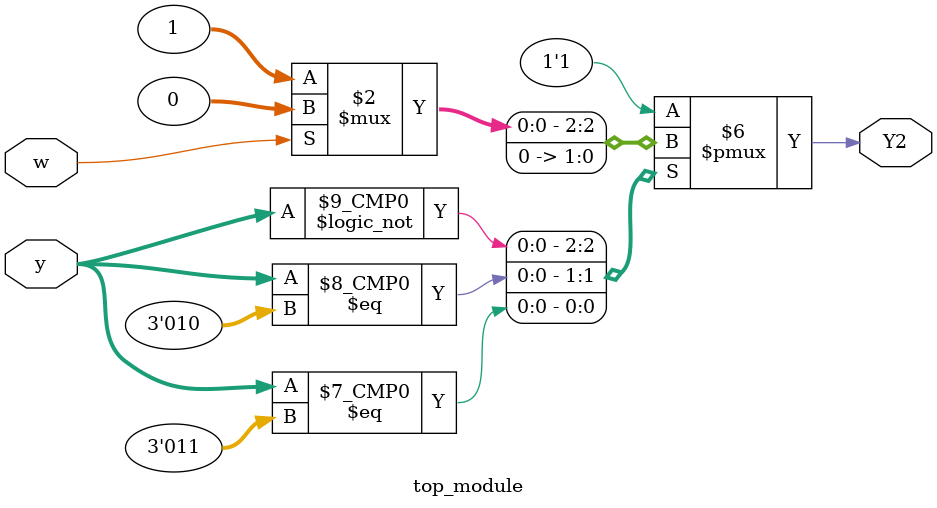
<source format=sv>
module top_module(
    input [3:1] y,
    input w,
    output reg Y2);

    always @(*) begin
        case (y)
            // Next state logic for Y2
            3'b000: Y2 = (w) ? 0 : 1;
            3'b001: Y2 = 1;
            3'b010: Y2 = 0;
            3'b011: Y2 = 0;
            3'b100: Y2 = 1'b1;
            3'b101: Y2 = 1;
            default: Y2 = 1'b1;
        endcase
    end

endmodule

</source>
